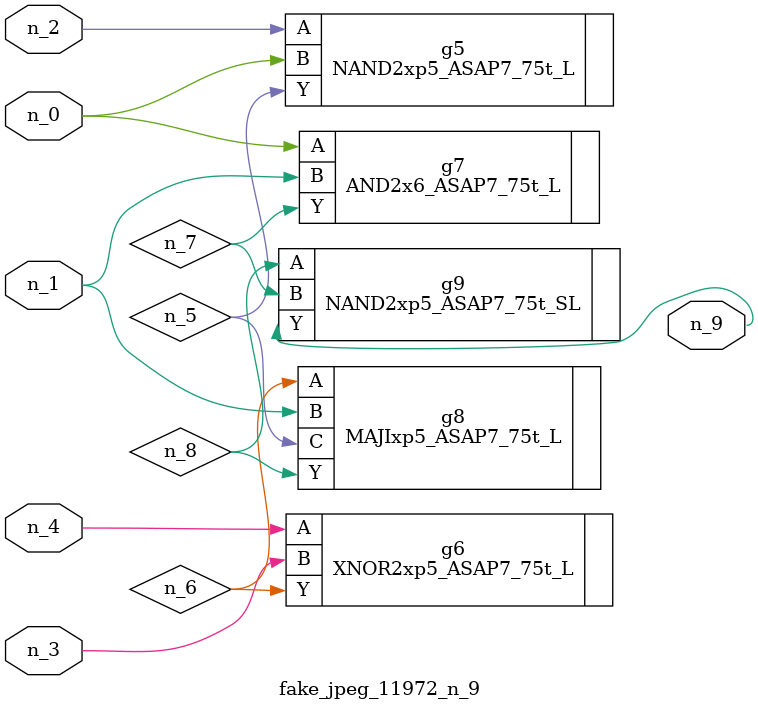
<source format=v>
module fake_jpeg_11972_n_9 (n_3, n_2, n_1, n_0, n_4, n_9);

input n_3;
input n_2;
input n_1;
input n_0;
input n_4;

output n_9;

wire n_8;
wire n_6;
wire n_5;
wire n_7;

NAND2xp5_ASAP7_75t_L g5 ( 
.A(n_2),
.B(n_0),
.Y(n_5)
);

XNOR2xp5_ASAP7_75t_L g6 ( 
.A(n_4),
.B(n_3),
.Y(n_6)
);

AND2x6_ASAP7_75t_L g7 ( 
.A(n_0),
.B(n_1),
.Y(n_7)
);

MAJIxp5_ASAP7_75t_L g8 ( 
.A(n_6),
.B(n_1),
.C(n_5),
.Y(n_8)
);

NAND2xp5_ASAP7_75t_SL g9 ( 
.A(n_8),
.B(n_7),
.Y(n_9)
);


endmodule
</source>
